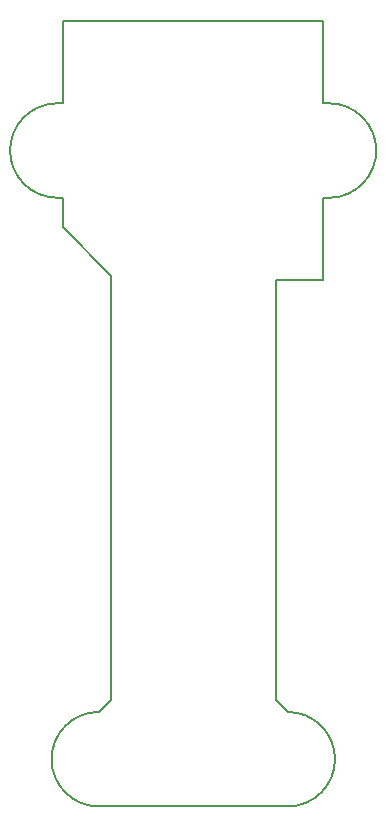
<source format=gbr>
G04 (created by PCBNEW (2013-may-18)-stable) date Вс 25 окт 2015 21:36:28*
%MOIN*%
G04 Gerber Fmt 3.4, Leading zero omitted, Abs format*
%FSLAX34Y34*%
G01*
G70*
G90*
G04 APERTURE LIST*
%ADD10C,0.00393701*%
%ADD11C,0.00590551*%
G04 APERTURE END LIST*
G54D10*
G54D11*
X14370Y-28543D02*
X14370Y-14566D01*
X8858Y-28543D02*
X8858Y-14370D01*
X8464Y-32086D02*
X14763Y-32086D01*
X8858Y-28543D02*
X8464Y-28937D01*
X14370Y-28543D02*
X14763Y-28937D01*
X14763Y-32086D02*
G75*
G03X16338Y-30511I0J1574D01*
G74*
G01*
X16338Y-30511D02*
G75*
G03X14763Y-28937I-1574J0D01*
G74*
G01*
X6889Y-30511D02*
G75*
G03X8464Y-32086I1574J0D01*
G74*
G01*
X8464Y-28937D02*
G75*
G03X6889Y-30511I0J-1574D01*
G74*
G01*
X8853Y-14356D02*
X7278Y-12781D01*
X7278Y-11797D02*
X7278Y-12781D01*
X7081Y-11797D02*
X7278Y-11797D01*
X15940Y-14553D02*
X14365Y-14553D01*
X15940Y-11797D02*
X15940Y-14553D01*
X16176Y-11797D02*
X15940Y-11797D01*
X15940Y-8647D02*
X16137Y-8647D01*
X15940Y-5891D02*
X15940Y-8647D01*
X7278Y-5891D02*
X15940Y-5891D01*
X7278Y-8647D02*
X7278Y-5891D01*
X7042Y-8647D02*
X7278Y-8647D01*
X16137Y-8647D02*
G75*
G02X17711Y-10222I0J-1574D01*
G74*
G01*
X17711Y-10184D02*
G75*
G02X16175Y-11797I-1574J-38D01*
G74*
G01*
X5507Y-10261D02*
G75*
G02X7043Y-8647I1574J38D01*
G74*
G01*
X7081Y-11797D02*
G75*
G02X5507Y-10222I0J1574D01*
G74*
G01*
M02*

</source>
